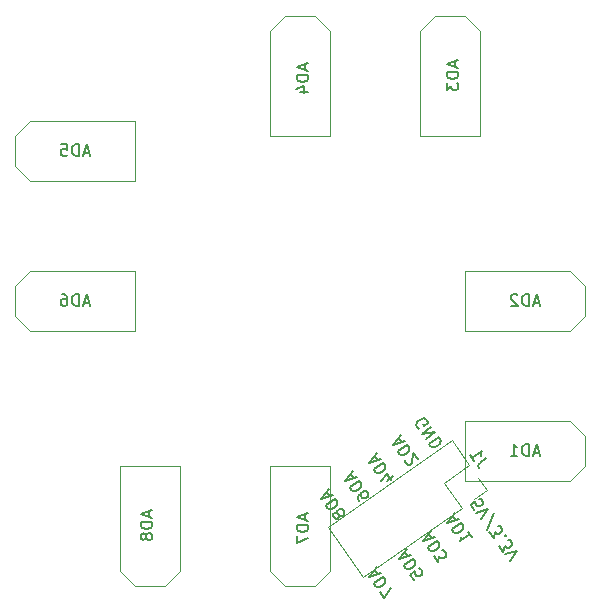
<source format=gbr>
G04 #@! TF.GenerationSoftware,KiCad,Pcbnew,(5.1.5)-3*
G04 #@! TF.CreationDate,2021-07-05T18:08:41+08:00*
G04 #@! TF.ProjectId,____,9b201f68-2e6b-4696-9361-645f70636258,rev?*
G04 #@! TF.SameCoordinates,Original*
G04 #@! TF.FileFunction,Legend,Bot*
G04 #@! TF.FilePolarity,Positive*
%FSLAX46Y46*%
G04 Gerber Fmt 4.6, Leading zero omitted, Abs format (unit mm)*
G04 Created by KiCad (PCBNEW (5.1.5)-3) date 2021-07-05 18:08:41*
%MOMM*%
%LPD*%
G04 APERTURE LIST*
%ADD10C,0.150000*%
%ADD11C,0.120000*%
G04 APERTURE END LIST*
D10*
X152856039Y-114733719D02*
X153129171Y-115123791D01*
X153035456Y-114491825D02*
X152407496Y-115338452D01*
X153417841Y-115037927D01*
X153609033Y-115310977D02*
X152789881Y-115884554D01*
X152926446Y-116079590D01*
X153047393Y-116169299D01*
X153180034Y-116192687D01*
X153285362Y-116177068D01*
X153468704Y-116106822D01*
X153585726Y-116024883D01*
X153714441Y-115876623D01*
X153765143Y-115782989D01*
X153788531Y-115650348D01*
X153745599Y-115506014D01*
X153609033Y-115310977D01*
X153308831Y-116625691D02*
X153691215Y-117171793D01*
X154264549Y-116247151D01*
X155396039Y-113209719D02*
X155669171Y-113599791D01*
X155575456Y-112967825D02*
X154947496Y-113814452D01*
X155957841Y-113513927D01*
X156149033Y-113786977D02*
X155329881Y-114360554D01*
X155466446Y-114555590D01*
X155587393Y-114645299D01*
X155720034Y-114668687D01*
X155825362Y-114653068D01*
X156008704Y-114582822D01*
X156125726Y-114500883D01*
X156254441Y-114352623D01*
X156305143Y-114258989D01*
X156328531Y-114126348D01*
X156285599Y-113982014D01*
X156149033Y-113786977D01*
X156176589Y-115569778D02*
X155903457Y-115179706D01*
X156266216Y-114867567D01*
X156254522Y-114933887D01*
X156270141Y-115039215D01*
X156406707Y-115234251D01*
X156500341Y-115284953D01*
X156566661Y-115296647D01*
X156671989Y-115281028D01*
X156867025Y-115144462D01*
X156917726Y-115050828D01*
X156929420Y-114984508D01*
X156913801Y-114879180D01*
X156777235Y-114684144D01*
X156683602Y-114633443D01*
X156617282Y-114621749D01*
X157428039Y-111685719D02*
X157701171Y-112075791D01*
X157607456Y-111443825D02*
X156979496Y-112290452D01*
X157989841Y-111989927D01*
X158181033Y-112262977D02*
X157361881Y-112836554D01*
X157498446Y-113031590D01*
X157619393Y-113121299D01*
X157752034Y-113144687D01*
X157857362Y-113129068D01*
X158040704Y-113058822D01*
X158157726Y-112976883D01*
X158286441Y-112828623D01*
X158337143Y-112734989D01*
X158360531Y-112602348D01*
X158317599Y-112458014D01*
X158181033Y-112262977D01*
X157880831Y-113577691D02*
X158235902Y-114084786D01*
X158356768Y-113593230D01*
X158438707Y-113710251D01*
X158532341Y-113760953D01*
X158598661Y-113772647D01*
X158703989Y-113757028D01*
X158899025Y-113620462D01*
X158949726Y-113526828D01*
X158961420Y-113460508D01*
X158945801Y-113355180D01*
X158781922Y-113121137D01*
X158688289Y-113070435D01*
X158621968Y-113058741D01*
X159460039Y-110161719D02*
X159733171Y-110551791D01*
X159639456Y-109919825D02*
X159011496Y-110766452D01*
X160021841Y-110465927D01*
X160213033Y-110738977D02*
X159393881Y-111312554D01*
X159530446Y-111507590D01*
X159651393Y-111597299D01*
X159784034Y-111620687D01*
X159889362Y-111605068D01*
X160072704Y-111534822D01*
X160189726Y-111452883D01*
X160318441Y-111304623D01*
X160369143Y-111210989D01*
X160392531Y-111078348D01*
X160349599Y-110934014D01*
X160213033Y-110738977D01*
X161087054Y-111987209D02*
X160759296Y-111519122D01*
X160923175Y-111753166D02*
X160104023Y-112326742D01*
X160166418Y-112166788D01*
X160189806Y-112034147D01*
X160174187Y-111928820D01*
X161281071Y-109654746D02*
X161007940Y-109264674D01*
X161370699Y-108952535D01*
X161359005Y-109018855D01*
X161374624Y-109124183D01*
X161511190Y-109319219D01*
X161604823Y-109369920D01*
X161671144Y-109381614D01*
X161776471Y-109365995D01*
X161971507Y-109229430D01*
X162022209Y-109135796D01*
X162033903Y-109069476D01*
X162018284Y-108964148D01*
X161881718Y-108769112D01*
X161788084Y-108718410D01*
X161721764Y-108706716D01*
X161472263Y-109927797D02*
X162482608Y-109627271D01*
X161854648Y-110473898D01*
X162416530Y-111359371D02*
X162978089Y-109919785D01*
X162592103Y-111527094D02*
X162947174Y-112034188D01*
X163068040Y-111542632D01*
X163149979Y-111659653D01*
X163243613Y-111710355D01*
X163309933Y-111722049D01*
X163415261Y-111706430D01*
X163610297Y-111569864D01*
X163660999Y-111476230D01*
X163672693Y-111409910D01*
X163657074Y-111304582D01*
X163493195Y-111070539D01*
X163399561Y-111019838D01*
X163333241Y-111008144D01*
X163934130Y-111866303D02*
X164000451Y-111877997D01*
X164012145Y-111811676D01*
X163945824Y-111799982D01*
X163934130Y-111866303D01*
X164012145Y-111811676D01*
X163411498Y-112697311D02*
X163766569Y-113204405D01*
X163887435Y-112712849D01*
X163969374Y-112829871D01*
X164063008Y-112880572D01*
X164129328Y-112892266D01*
X164234656Y-112876647D01*
X164429692Y-112740081D01*
X164480394Y-112646448D01*
X164492088Y-112580127D01*
X164476469Y-112474800D01*
X164312590Y-112240756D01*
X164218956Y-112190055D01*
X164152636Y-112178361D01*
X163930448Y-113438448D02*
X164940792Y-113137923D01*
X164312832Y-113984550D01*
X148792039Y-108129719D02*
X149065171Y-108519791D01*
X148971456Y-107887825D02*
X148343496Y-108734452D01*
X149353841Y-108433927D01*
X149545033Y-108706977D02*
X148725881Y-109280554D01*
X148862446Y-109475590D01*
X148983393Y-109565299D01*
X149116034Y-109588687D01*
X149221362Y-109573068D01*
X149404704Y-109502822D01*
X149521726Y-109420883D01*
X149650441Y-109272623D01*
X149701143Y-109178989D01*
X149724531Y-109046348D01*
X149681599Y-108902014D01*
X149545033Y-108706977D01*
X149732462Y-109970909D02*
X149638828Y-109920208D01*
X149572508Y-109908514D01*
X149467180Y-109924133D01*
X149428173Y-109951446D01*
X149377472Y-110045080D01*
X149365778Y-110111400D01*
X149381397Y-110216728D01*
X149490649Y-110372757D01*
X149584283Y-110423458D01*
X149650603Y-110435152D01*
X149755931Y-110419533D01*
X149794938Y-110392220D01*
X149845639Y-110298586D01*
X149857334Y-110232266D01*
X149841714Y-110126938D01*
X149732462Y-109970909D01*
X149716843Y-109865581D01*
X149728537Y-109799261D01*
X149779238Y-109705627D01*
X149935267Y-109596375D01*
X150040595Y-109580756D01*
X150106915Y-109592450D01*
X150200549Y-109643151D01*
X150309801Y-109799180D01*
X150325420Y-109904508D01*
X150313726Y-109970828D01*
X150263025Y-110064462D01*
X150106996Y-110173714D01*
X150001668Y-110189333D01*
X149935348Y-110177639D01*
X149841714Y-110126938D01*
X150824039Y-106605719D02*
X151097171Y-106995791D01*
X151003456Y-106363825D02*
X150375496Y-107210452D01*
X151385841Y-106909927D01*
X151577033Y-107182977D02*
X150757881Y-107756554D01*
X150894446Y-107951590D01*
X151015393Y-108041299D01*
X151148034Y-108064687D01*
X151253362Y-108049068D01*
X151436704Y-107978822D01*
X151553726Y-107896883D01*
X151682441Y-107748623D01*
X151733143Y-107654989D01*
X151756531Y-107522348D01*
X151713599Y-107378014D01*
X151577033Y-107182977D01*
X151577276Y-108926771D02*
X151468023Y-108770742D01*
X151452404Y-108665414D01*
X151464098Y-108599094D01*
X151526493Y-108439140D01*
X151655209Y-108290880D01*
X151967267Y-108072375D01*
X152072595Y-108056756D01*
X152138915Y-108068450D01*
X152232549Y-108119151D01*
X152341801Y-108275180D01*
X152357420Y-108380508D01*
X152345726Y-108446828D01*
X152295025Y-108540462D01*
X152099989Y-108677028D01*
X151994661Y-108692647D01*
X151928341Y-108680953D01*
X151834707Y-108630251D01*
X151725455Y-108474222D01*
X151709835Y-108368895D01*
X151721530Y-108302574D01*
X151772231Y-108208941D01*
X152856039Y-105081719D02*
X153129171Y-105471791D01*
X153035456Y-104839825D02*
X152407496Y-105686452D01*
X153417841Y-105385927D01*
X153609033Y-105658977D02*
X152789881Y-106232554D01*
X152926446Y-106427590D01*
X153047393Y-106517299D01*
X153180034Y-106540687D01*
X153285362Y-106525068D01*
X153468704Y-106454822D01*
X153585726Y-106372883D01*
X153714441Y-106224623D01*
X153765143Y-106130989D01*
X153788531Y-105998348D01*
X153745599Y-105854014D01*
X153609033Y-105658977D01*
X153882326Y-107211579D02*
X154428428Y-106829195D01*
X153433703Y-107235048D02*
X153882245Y-106630314D01*
X154237316Y-107137408D01*
X154888039Y-103557719D02*
X155161171Y-103947791D01*
X155067456Y-103315825D02*
X154439496Y-104162452D01*
X155449841Y-103861927D01*
X155641033Y-104134977D02*
X154821881Y-104708554D01*
X154958446Y-104903590D01*
X155079393Y-104993299D01*
X155212034Y-105016687D01*
X155317362Y-105001068D01*
X155500704Y-104930822D01*
X155617726Y-104848883D01*
X155746441Y-104700623D01*
X155797143Y-104606989D01*
X155820531Y-104474348D01*
X155777599Y-104330014D01*
X155641033Y-104134977D01*
X155446158Y-105434072D02*
X155434464Y-105500393D01*
X155450083Y-105605720D01*
X155586649Y-105800757D01*
X155680283Y-105851458D01*
X155746603Y-105863152D01*
X155851931Y-105847533D01*
X155929945Y-105792907D01*
X156019654Y-105671960D01*
X156159983Y-104876115D01*
X156515054Y-105383209D01*
X156633413Y-102786672D02*
X156539779Y-102735971D01*
X156457840Y-102618949D01*
X156414908Y-102474614D01*
X156438296Y-102341973D01*
X156488997Y-102248340D01*
X156617713Y-102100080D01*
X156734735Y-102018140D01*
X156918077Y-101947895D01*
X157023404Y-101932276D01*
X157156045Y-101955664D01*
X157276992Y-102045372D01*
X157331618Y-102123387D01*
X157374550Y-102267722D01*
X157362856Y-102334042D01*
X157089806Y-102525234D01*
X156980553Y-102369205D01*
X157686689Y-102630481D02*
X156867537Y-103204057D01*
X158014447Y-103098568D01*
X157195295Y-103672144D01*
X158287579Y-103488640D02*
X157468427Y-104062217D01*
X157604993Y-104257253D01*
X157725939Y-104346961D01*
X157858580Y-104370350D01*
X157963908Y-104354731D01*
X158147250Y-104284485D01*
X158264272Y-104202546D01*
X158392987Y-104054286D01*
X158443689Y-103960652D01*
X158467077Y-103828011D01*
X158424145Y-103683676D01*
X158287579Y-103488640D01*
D11*
X149098000Y-105918000D02*
X149098000Y-110998000D01*
X144018000Y-105918000D02*
X149098000Y-105918000D01*
X144018000Y-114808000D02*
X144018000Y-105918000D01*
X145288000Y-116078000D02*
X144018000Y-114808000D01*
X147828000Y-116078000D02*
X145288000Y-116078000D01*
X149098000Y-114808000D02*
X147828000Y-116078000D01*
X149098000Y-110998000D02*
X149098000Y-114808000D01*
X151878800Y-115375865D02*
X148896202Y-111116275D01*
X160250534Y-109513914D02*
X151878800Y-115375865D01*
X159397731Y-103763025D02*
X148896202Y-111116275D01*
X160250534Y-109513914D02*
X158759235Y-107384119D01*
X158759235Y-107384119D02*
X160889030Y-105892820D01*
X160889030Y-105892820D02*
X159397731Y-103763025D01*
X161290857Y-108785472D02*
X162380329Y-108022616D01*
X162380329Y-108022616D02*
X161617472Y-106933143D01*
X132588000Y-81788000D02*
X127508000Y-81788000D01*
X132588000Y-76708000D02*
X132588000Y-81788000D01*
X123698000Y-76708000D02*
X132588000Y-76708000D01*
X122428000Y-77978000D02*
X123698000Y-76708000D01*
X122428000Y-80518000D02*
X122428000Y-77978000D01*
X123698000Y-81788000D02*
X122428000Y-80518000D01*
X127508000Y-81788000D02*
X123698000Y-81788000D01*
X132588000Y-94488000D02*
X127508000Y-94488000D01*
X132588000Y-89408000D02*
X132588000Y-94488000D01*
X123698000Y-89408000D02*
X132588000Y-89408000D01*
X122428000Y-90678000D02*
X123698000Y-89408000D01*
X122428000Y-93218000D02*
X122428000Y-90678000D01*
X123698000Y-94488000D02*
X122428000Y-93218000D01*
X127508000Y-94488000D02*
X123698000Y-94488000D01*
X136398000Y-105918000D02*
X136398000Y-110998000D01*
X131318000Y-105918000D02*
X136398000Y-105918000D01*
X131318000Y-114808000D02*
X131318000Y-105918000D01*
X132588000Y-116078000D02*
X131318000Y-114808000D01*
X135128000Y-116078000D02*
X132588000Y-116078000D01*
X136398000Y-114808000D02*
X135128000Y-116078000D01*
X136398000Y-110998000D02*
X136398000Y-114808000D01*
X160528000Y-102108000D02*
X165608000Y-102108000D01*
X160528000Y-107188000D02*
X160528000Y-102108000D01*
X169418000Y-107188000D02*
X160528000Y-107188000D01*
X170688000Y-105918000D02*
X169418000Y-107188000D01*
X170688000Y-103378000D02*
X170688000Y-105918000D01*
X169418000Y-102108000D02*
X170688000Y-103378000D01*
X165608000Y-102108000D02*
X169418000Y-102108000D01*
X160528000Y-89408000D02*
X165608000Y-89408000D01*
X160528000Y-94488000D02*
X160528000Y-89408000D01*
X169418000Y-94488000D02*
X160528000Y-94488000D01*
X170688000Y-93218000D02*
X169418000Y-94488000D01*
X170688000Y-90678000D02*
X170688000Y-93218000D01*
X169418000Y-89408000D02*
X170688000Y-90678000D01*
X165608000Y-89408000D02*
X169418000Y-89408000D01*
X156718000Y-77978000D02*
X156718000Y-72898000D01*
X161798000Y-77978000D02*
X156718000Y-77978000D01*
X161798000Y-69088000D02*
X161798000Y-77978000D01*
X160528000Y-67818000D02*
X161798000Y-69088000D01*
X157988000Y-67818000D02*
X160528000Y-67818000D01*
X156718000Y-69088000D02*
X157988000Y-67818000D01*
X156718000Y-72898000D02*
X156718000Y-69088000D01*
X144018000Y-77978000D02*
X144018000Y-72898000D01*
X149098000Y-77978000D02*
X144018000Y-77978000D01*
X149098000Y-69088000D02*
X149098000Y-77978000D01*
X147828000Y-67818000D02*
X149098000Y-69088000D01*
X145288000Y-67818000D02*
X147828000Y-67818000D01*
X144018000Y-69088000D02*
X145288000Y-67818000D01*
X144018000Y-72898000D02*
X144018000Y-69088000D01*
D10*
X146978666Y-110037714D02*
X146978666Y-110513904D01*
X147264380Y-109942476D02*
X146264380Y-110275809D01*
X147264380Y-110609142D01*
X147264380Y-110942476D02*
X146264380Y-110942476D01*
X146264380Y-111180571D01*
X146312000Y-111323428D01*
X146407238Y-111418666D01*
X146502476Y-111466285D01*
X146692952Y-111513904D01*
X146835809Y-111513904D01*
X147026285Y-111466285D01*
X147121523Y-111418666D01*
X147216761Y-111323428D01*
X147264380Y-111180571D01*
X147264380Y-110942476D01*
X146264380Y-111847238D02*
X146264380Y-112513904D01*
X147264380Y-112085333D01*
X162347957Y-105278193D02*
X161762848Y-105687890D01*
X161673140Y-105808837D01*
X161649752Y-105941478D01*
X161692684Y-106085813D01*
X161747310Y-106163827D01*
X160955228Y-105032617D02*
X161282986Y-105500704D01*
X161119107Y-105266661D02*
X161938259Y-104693084D01*
X161875864Y-104853038D01*
X161852476Y-104985679D01*
X161868095Y-105091007D01*
X128722285Y-79414666D02*
X128246095Y-79414666D01*
X128817523Y-79700380D02*
X128484190Y-78700380D01*
X128150857Y-79700380D01*
X127817523Y-79700380D02*
X127817523Y-78700380D01*
X127579428Y-78700380D01*
X127436571Y-78748000D01*
X127341333Y-78843238D01*
X127293714Y-78938476D01*
X127246095Y-79128952D01*
X127246095Y-79271809D01*
X127293714Y-79462285D01*
X127341333Y-79557523D01*
X127436571Y-79652761D01*
X127579428Y-79700380D01*
X127817523Y-79700380D01*
X126341333Y-78700380D02*
X126817523Y-78700380D01*
X126865142Y-79176571D01*
X126817523Y-79128952D01*
X126722285Y-79081333D01*
X126484190Y-79081333D01*
X126388952Y-79128952D01*
X126341333Y-79176571D01*
X126293714Y-79271809D01*
X126293714Y-79509904D01*
X126341333Y-79605142D01*
X126388952Y-79652761D01*
X126484190Y-79700380D01*
X126722285Y-79700380D01*
X126817523Y-79652761D01*
X126865142Y-79605142D01*
X128722285Y-92114666D02*
X128246095Y-92114666D01*
X128817523Y-92400380D02*
X128484190Y-91400380D01*
X128150857Y-92400380D01*
X127817523Y-92400380D02*
X127817523Y-91400380D01*
X127579428Y-91400380D01*
X127436571Y-91448000D01*
X127341333Y-91543238D01*
X127293714Y-91638476D01*
X127246095Y-91828952D01*
X127246095Y-91971809D01*
X127293714Y-92162285D01*
X127341333Y-92257523D01*
X127436571Y-92352761D01*
X127579428Y-92400380D01*
X127817523Y-92400380D01*
X126388952Y-91400380D02*
X126579428Y-91400380D01*
X126674666Y-91448000D01*
X126722285Y-91495619D01*
X126817523Y-91638476D01*
X126865142Y-91828952D01*
X126865142Y-92209904D01*
X126817523Y-92305142D01*
X126769904Y-92352761D01*
X126674666Y-92400380D01*
X126484190Y-92400380D01*
X126388952Y-92352761D01*
X126341333Y-92305142D01*
X126293714Y-92209904D01*
X126293714Y-91971809D01*
X126341333Y-91876571D01*
X126388952Y-91828952D01*
X126484190Y-91781333D01*
X126674666Y-91781333D01*
X126769904Y-91828952D01*
X126817523Y-91876571D01*
X126865142Y-91971809D01*
X133770666Y-109783714D02*
X133770666Y-110259904D01*
X134056380Y-109688476D02*
X133056380Y-110021809D01*
X134056380Y-110355142D01*
X134056380Y-110688476D02*
X133056380Y-110688476D01*
X133056380Y-110926571D01*
X133104000Y-111069428D01*
X133199238Y-111164666D01*
X133294476Y-111212285D01*
X133484952Y-111259904D01*
X133627809Y-111259904D01*
X133818285Y-111212285D01*
X133913523Y-111164666D01*
X134008761Y-111069428D01*
X134056380Y-110926571D01*
X134056380Y-110688476D01*
X133484952Y-111831333D02*
X133437333Y-111736095D01*
X133389714Y-111688476D01*
X133294476Y-111640857D01*
X133246857Y-111640857D01*
X133151619Y-111688476D01*
X133104000Y-111736095D01*
X133056380Y-111831333D01*
X133056380Y-112021809D01*
X133104000Y-112117047D01*
X133151619Y-112164666D01*
X133246857Y-112212285D01*
X133294476Y-112212285D01*
X133389714Y-112164666D01*
X133437333Y-112117047D01*
X133484952Y-112021809D01*
X133484952Y-111831333D01*
X133532571Y-111736095D01*
X133580190Y-111688476D01*
X133675428Y-111640857D01*
X133865904Y-111640857D01*
X133961142Y-111688476D01*
X134008761Y-111736095D01*
X134056380Y-111831333D01*
X134056380Y-112021809D01*
X134008761Y-112117047D01*
X133961142Y-112164666D01*
X133865904Y-112212285D01*
X133675428Y-112212285D01*
X133580190Y-112164666D01*
X133532571Y-112117047D01*
X133484952Y-112021809D01*
X166822285Y-104814666D02*
X166346095Y-104814666D01*
X166917523Y-105100380D02*
X166584190Y-104100380D01*
X166250857Y-105100380D01*
X165917523Y-105100380D02*
X165917523Y-104100380D01*
X165679428Y-104100380D01*
X165536571Y-104148000D01*
X165441333Y-104243238D01*
X165393714Y-104338476D01*
X165346095Y-104528952D01*
X165346095Y-104671809D01*
X165393714Y-104862285D01*
X165441333Y-104957523D01*
X165536571Y-105052761D01*
X165679428Y-105100380D01*
X165917523Y-105100380D01*
X164393714Y-105100380D02*
X164965142Y-105100380D01*
X164679428Y-105100380D02*
X164679428Y-104100380D01*
X164774666Y-104243238D01*
X164869904Y-104338476D01*
X164965142Y-104386095D01*
X166822285Y-92114666D02*
X166346095Y-92114666D01*
X166917523Y-92400380D02*
X166584190Y-91400380D01*
X166250857Y-92400380D01*
X165917523Y-92400380D02*
X165917523Y-91400380D01*
X165679428Y-91400380D01*
X165536571Y-91448000D01*
X165441333Y-91543238D01*
X165393714Y-91638476D01*
X165346095Y-91828952D01*
X165346095Y-91971809D01*
X165393714Y-92162285D01*
X165441333Y-92257523D01*
X165536571Y-92352761D01*
X165679428Y-92400380D01*
X165917523Y-92400380D01*
X164965142Y-91495619D02*
X164917523Y-91448000D01*
X164822285Y-91400380D01*
X164584190Y-91400380D01*
X164488952Y-91448000D01*
X164441333Y-91495619D01*
X164393714Y-91590857D01*
X164393714Y-91686095D01*
X164441333Y-91828952D01*
X165012761Y-92400380D01*
X164393714Y-92400380D01*
X159678666Y-71683714D02*
X159678666Y-72159904D01*
X159964380Y-71588476D02*
X158964380Y-71921809D01*
X159964380Y-72255142D01*
X159964380Y-72588476D02*
X158964380Y-72588476D01*
X158964380Y-72826571D01*
X159012000Y-72969428D01*
X159107238Y-73064666D01*
X159202476Y-73112285D01*
X159392952Y-73159904D01*
X159535809Y-73159904D01*
X159726285Y-73112285D01*
X159821523Y-73064666D01*
X159916761Y-72969428D01*
X159964380Y-72826571D01*
X159964380Y-72588476D01*
X158964380Y-73493238D02*
X158964380Y-74112285D01*
X159345333Y-73778952D01*
X159345333Y-73921809D01*
X159392952Y-74017047D01*
X159440571Y-74064666D01*
X159535809Y-74112285D01*
X159773904Y-74112285D01*
X159869142Y-74064666D01*
X159916761Y-74017047D01*
X159964380Y-73921809D01*
X159964380Y-73636095D01*
X159916761Y-73540857D01*
X159869142Y-73493238D01*
X146978666Y-71937714D02*
X146978666Y-72413904D01*
X147264380Y-71842476D02*
X146264380Y-72175809D01*
X147264380Y-72509142D01*
X147264380Y-72842476D02*
X146264380Y-72842476D01*
X146264380Y-73080571D01*
X146312000Y-73223428D01*
X146407238Y-73318666D01*
X146502476Y-73366285D01*
X146692952Y-73413904D01*
X146835809Y-73413904D01*
X147026285Y-73366285D01*
X147121523Y-73318666D01*
X147216761Y-73223428D01*
X147264380Y-73080571D01*
X147264380Y-72842476D01*
X146597714Y-74271047D02*
X147264380Y-74271047D01*
X146216761Y-74032952D02*
X146931047Y-73794857D01*
X146931047Y-74413904D01*
M02*

</source>
